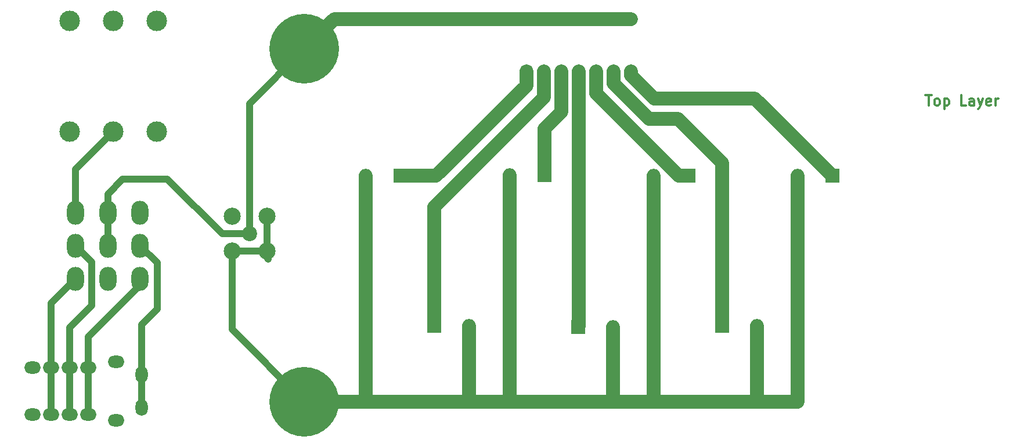
<source format=gtl>
%TF.GenerationSoftware,KiCad,Pcbnew,8.0.1*%
%TF.CreationDate,2024-03-27T19:35:34-03:00*%
%TF.ProjectId,ampsight,616d7073-6967-4687-942e-6b696361645f,rev?*%
%TF.SameCoordinates,Original*%
%TF.FileFunction,Copper,L1,Top*%
%TF.FilePolarity,Positive*%
%FSLAX46Y46*%
G04 Gerber Fmt 4.6, Leading zero omitted, Abs format (unit mm)*
G04 Created by KiCad (PCBNEW 8.0.1) date 2024-03-27 19:35:34*
%MOMM*%
%LPD*%
G01*
G04 APERTURE LIST*
%ADD10C,0.300000*%
%TA.AperFunction,NonConductor*%
%ADD11C,0.300000*%
%TD*%
%TA.AperFunction,ComponentPad*%
%ADD12R,2.000000X2.000000*%
%TD*%
%TA.AperFunction,ComponentPad*%
%ADD13O,2.000000X2.000000*%
%TD*%
%TA.AperFunction,ComponentPad*%
%ADD14R,1.600000X1.600000*%
%TD*%
%TA.AperFunction,ComponentPad*%
%ADD15O,1.600000X1.600000*%
%TD*%
%TA.AperFunction,ComponentPad*%
%ADD16C,10.160000*%
%TD*%
%TA.AperFunction,ComponentPad*%
%ADD17O,2.500000X3.500000*%
%TD*%
%TA.AperFunction,ComponentPad*%
%ADD18O,2.400000X1.800000*%
%TD*%
%TA.AperFunction,ComponentPad*%
%ADD19O,1.800000X2.400000*%
%TD*%
%TA.AperFunction,ComponentPad*%
%ADD20C,3.000000*%
%TD*%
%TA.AperFunction,ComponentPad*%
%ADD21C,2.200000*%
%TD*%
%TA.AperFunction,ComponentPad*%
%ADD22C,2.500000*%
%TD*%
%TA.AperFunction,Conductor*%
%ADD23C,2.000000*%
%TD*%
%TA.AperFunction,Conductor*%
%ADD24C,1.000000*%
%TD*%
G04 APERTURE END LIST*
D10*
D11*
X213590225Y-79300828D02*
X214447368Y-79300828D01*
X214018796Y-80800828D02*
X214018796Y-79300828D01*
X215161653Y-80800828D02*
X215018796Y-80729400D01*
X215018796Y-80729400D02*
X214947367Y-80657971D01*
X214947367Y-80657971D02*
X214875939Y-80515114D01*
X214875939Y-80515114D02*
X214875939Y-80086542D01*
X214875939Y-80086542D02*
X214947367Y-79943685D01*
X214947367Y-79943685D02*
X215018796Y-79872257D01*
X215018796Y-79872257D02*
X215161653Y-79800828D01*
X215161653Y-79800828D02*
X215375939Y-79800828D01*
X215375939Y-79800828D02*
X215518796Y-79872257D01*
X215518796Y-79872257D02*
X215590225Y-79943685D01*
X215590225Y-79943685D02*
X215661653Y-80086542D01*
X215661653Y-80086542D02*
X215661653Y-80515114D01*
X215661653Y-80515114D02*
X215590225Y-80657971D01*
X215590225Y-80657971D02*
X215518796Y-80729400D01*
X215518796Y-80729400D02*
X215375939Y-80800828D01*
X215375939Y-80800828D02*
X215161653Y-80800828D01*
X216304510Y-79800828D02*
X216304510Y-81300828D01*
X216304510Y-79872257D02*
X216447368Y-79800828D01*
X216447368Y-79800828D02*
X216733082Y-79800828D01*
X216733082Y-79800828D02*
X216875939Y-79872257D01*
X216875939Y-79872257D02*
X216947368Y-79943685D01*
X216947368Y-79943685D02*
X217018796Y-80086542D01*
X217018796Y-80086542D02*
X217018796Y-80515114D01*
X217018796Y-80515114D02*
X216947368Y-80657971D01*
X216947368Y-80657971D02*
X216875939Y-80729400D01*
X216875939Y-80729400D02*
X216733082Y-80800828D01*
X216733082Y-80800828D02*
X216447368Y-80800828D01*
X216447368Y-80800828D02*
X216304510Y-80729400D01*
X219518796Y-80800828D02*
X218804510Y-80800828D01*
X218804510Y-80800828D02*
X218804510Y-79300828D01*
X220661654Y-80800828D02*
X220661654Y-80015114D01*
X220661654Y-80015114D02*
X220590225Y-79872257D01*
X220590225Y-79872257D02*
X220447368Y-79800828D01*
X220447368Y-79800828D02*
X220161654Y-79800828D01*
X220161654Y-79800828D02*
X220018796Y-79872257D01*
X220661654Y-80729400D02*
X220518796Y-80800828D01*
X220518796Y-80800828D02*
X220161654Y-80800828D01*
X220161654Y-80800828D02*
X220018796Y-80729400D01*
X220018796Y-80729400D02*
X219947368Y-80586542D01*
X219947368Y-80586542D02*
X219947368Y-80443685D01*
X219947368Y-80443685D02*
X220018796Y-80300828D01*
X220018796Y-80300828D02*
X220161654Y-80229400D01*
X220161654Y-80229400D02*
X220518796Y-80229400D01*
X220518796Y-80229400D02*
X220661654Y-80157971D01*
X221233082Y-79800828D02*
X221590225Y-80800828D01*
X221947368Y-79800828D02*
X221590225Y-80800828D01*
X221590225Y-80800828D02*
X221447368Y-81157971D01*
X221447368Y-81157971D02*
X221375939Y-81229400D01*
X221375939Y-81229400D02*
X221233082Y-81300828D01*
X223090225Y-80729400D02*
X222947368Y-80800828D01*
X222947368Y-80800828D02*
X222661654Y-80800828D01*
X222661654Y-80800828D02*
X222518796Y-80729400D01*
X222518796Y-80729400D02*
X222447368Y-80586542D01*
X222447368Y-80586542D02*
X222447368Y-80015114D01*
X222447368Y-80015114D02*
X222518796Y-79872257D01*
X222518796Y-79872257D02*
X222661654Y-79800828D01*
X222661654Y-79800828D02*
X222947368Y-79800828D01*
X222947368Y-79800828D02*
X223090225Y-79872257D01*
X223090225Y-79872257D02*
X223161654Y-80015114D01*
X223161654Y-80015114D02*
X223161654Y-80157971D01*
X223161654Y-80157971D02*
X222447368Y-80300828D01*
X223804510Y-80800828D02*
X223804510Y-79800828D01*
X223804510Y-80086542D02*
X223875939Y-79943685D01*
X223875939Y-79943685D02*
X223947368Y-79872257D01*
X223947368Y-79872257D02*
X224090225Y-79800828D01*
X224090225Y-79800828D02*
X224233082Y-79800828D01*
D12*
%TO.P,R7,1*%
%TO.N,Net-(R7-Pad1)*%
X200000000Y-91055000D03*
D13*
%TO.P,R7,2*%
%TO.N,/DUT_N*%
X194920000Y-91055000D03*
%TD*%
%TO.P,R6,2*%
%TO.N,/DUT_N*%
X189000000Y-112945000D03*
D12*
%TO.P,R6,1*%
%TO.N,Net-(R6-Pad1)*%
X183920000Y-112945000D03*
%TD*%
%TO.P,R5,1*%
%TO.N,Net-(R5-Pad1)*%
X179000000Y-91055000D03*
D13*
%TO.P,R5,2*%
%TO.N,/DUT_N*%
X173920000Y-91055000D03*
%TD*%
%TO.P,R4,2*%
%TO.N,/DUT_N*%
X168000000Y-113111666D03*
D12*
%TO.P,R4,1*%
%TO.N,Net-(R4-Pad1)*%
X162920000Y-113111666D03*
%TD*%
%TO.P,R3,1*%
%TO.N,Net-(R3-Pad1)*%
X158000000Y-90971666D03*
D13*
%TO.P,R3,2*%
%TO.N,/DUT_N*%
X152920000Y-90971666D03*
%TD*%
%TO.P,R2,2*%
%TO.N,/DUT_N*%
X147000000Y-112945000D03*
D12*
%TO.P,R2,1*%
%TO.N,Net-(R2-Pad1)*%
X141920000Y-112945000D03*
%TD*%
%TO.P,R1,1*%
%TO.N,Net-(R1-Pad1)*%
X137040000Y-91055000D03*
D13*
%TO.P,R1,2*%
%TO.N,/DUT_N*%
X131960000Y-91055000D03*
%TD*%
D14*
%TO.P,SW1,1*%
%TO.N,Net-(R1-Pad1)*%
X155375000Y-75767500D03*
D15*
%TO.P,SW1,2*%
%TO.N,Net-(R2-Pad1)*%
X157915000Y-75767500D03*
%TO.P,SW1,3*%
%TO.N,Net-(R3-Pad1)*%
X160455000Y-75767500D03*
%TO.P,SW1,4*%
%TO.N,Net-(R4-Pad1)*%
X162995000Y-75767500D03*
%TO.P,SW1,5*%
%TO.N,Net-(R5-Pad1)*%
X165535000Y-75767500D03*
%TO.P,SW1,6*%
%TO.N,Net-(R6-Pad1)*%
X168075000Y-75767500D03*
%TO.P,SW1,7*%
%TO.N,Net-(R7-Pad1)*%
X170615000Y-75767500D03*
%TO.P,SW1,8*%
%TO.N,/DUT_P*%
X170615000Y-68147500D03*
%TO.P,SW1,9*%
X168075000Y-68147500D03*
%TO.P,SW1,10*%
X165535000Y-68147500D03*
%TO.P,SW1,11*%
X162995000Y-68147500D03*
%TO.P,SW1,12*%
X160455000Y-68147500D03*
%TO.P,SW1,13*%
X157915000Y-68147500D03*
%TO.P,SW1,14*%
X155375000Y-68147500D03*
%TD*%
D16*
%TO.P,J7,1,Pin_1*%
%TO.N,/DUT_P*%
X123000000Y-72500000D03*
%TD*%
D17*
%TO.P,SW2,1,C*%
%TO.N,/SE_R*%
X89600000Y-96420000D03*
%TO.P,SW2,2,B*%
%TO.N,/DUT_P*%
X94300000Y-96420000D03*
%TO.P,SW2,3,A*%
%TO.N,/SE_L*%
X99000000Y-96420000D03*
%TO.P,SW2,4,C*%
%TO.N,/BAL_R_P*%
X89600000Y-101250000D03*
%TO.P,SW2,5,B*%
%TO.N,/DUT_P*%
X94300000Y-101250000D03*
%TO.P,SW2,6,A*%
%TO.N,/BAL_L_P*%
X99000000Y-101250000D03*
%TO.P,SW2,7,C*%
%TO.N,/BAL_R_N*%
X89600000Y-106080000D03*
%TO.P,SW2,8,B*%
%TO.N,/DUT_N*%
X94300000Y-106080000D03*
%TO.P,SW2,9,A*%
%TO.N,/BAL_L_N*%
X99000000Y-106080000D03*
%TD*%
D16*
%TO.P,J8,1,Pin_1*%
%TO.N,/DUT_N*%
X122980000Y-124020000D03*
%TD*%
D18*
%TO.P,J2,B*%
%TO.N,unconnected-(J2-PadB)*%
X95500000Y-118250000D03*
%TO.P,J2,R1,L-*%
%TO.N,/BAL_L_N*%
X91450000Y-119050000D03*
X91450000Y-125950000D03*
%TO.P,J2,R2,R+*%
%TO.N,/BAL_R_P*%
X88750000Y-119050000D03*
X88750000Y-125950000D03*
%TO.P,J2,R3,R-*%
%TO.N,/BAL_R_N*%
X86050000Y-119050000D03*
X86050000Y-125950000D03*
%TO.P,J2,S,GND*%
%TO.N,unconnected-(J2-GND-PadS)*%
X83350000Y-119050000D03*
%TO.N,unconnected-(J2-GND-PadS)_0*%
X83350000Y-125950000D03*
D19*
%TO.P,J2,T,L+*%
%TO.N,/BAL_L_P*%
X99240000Y-120100000D03*
X99250000Y-124900000D03*
D18*
%TO.P,J2,TC*%
%TO.N,unconnected-(J2-PadTC)*%
X95500000Y-126750000D03*
%TD*%
D20*
%TO.P,J1,R*%
%TO.N,/SE_R*%
X95085000Y-84615000D03*
%TO.P,J1,RN*%
%TO.N,N/C*%
X95085000Y-68385000D03*
%TO.P,J1,S*%
%TO.N,/DUT_N*%
X88735000Y-84615000D03*
%TO.P,J1,SN*%
%TO.N,N/C*%
X88735000Y-68385000D03*
%TO.P,J1,T*%
%TO.N,/SE_L*%
X101435000Y-84615000D03*
%TO.P,J1,TN*%
%TO.N,N/C*%
X101435000Y-68385000D03*
%TD*%
D21*
%TO.P,J6,1,In*%
%TO.N,/DUT_P*%
X114960000Y-99540000D03*
D22*
%TO.P,J6,2,Ext*%
%TO.N,/DUT_N*%
X112420000Y-97000000D03*
X112420000Y-102080000D03*
X117500000Y-97000000D03*
X117500000Y-102080000D03*
%TD*%
D23*
%TO.N,Net-(R7-Pad1)*%
X188695000Y-79750000D02*
X200000000Y-91055000D01*
X170615000Y-76365000D02*
X174000000Y-79750000D01*
X174000000Y-79750000D02*
X188695000Y-79750000D01*
X170615000Y-75767500D02*
X170615000Y-76365000D01*
%TO.N,Net-(R1-Pad1)*%
X155375000Y-77875000D02*
X155375000Y-75767500D01*
X142195000Y-91055000D02*
X155375000Y-77875000D01*
X137040000Y-91055000D02*
X142195000Y-91055000D01*
%TO.N,Net-(R2-Pad1)*%
X157915000Y-79585000D02*
X157915000Y-75767500D01*
X141920000Y-95580000D02*
X157915000Y-79585000D01*
X141920000Y-112945000D02*
X141920000Y-95580000D01*
%TO.N,Net-(R6-Pad1)*%
X183920000Y-89170000D02*
X183920000Y-112945000D01*
X177500000Y-82750000D02*
X183920000Y-89170000D01*
X173250000Y-82750000D02*
X177500000Y-82750000D01*
X168075000Y-75767500D02*
X168075000Y-77575000D01*
X168075000Y-77575000D02*
X173250000Y-82750000D01*
%TO.N,Net-(R5-Pad1)*%
X177555000Y-91055000D02*
X179000000Y-91055000D01*
X165535000Y-79035000D02*
X177555000Y-91055000D01*
X165535000Y-75767500D02*
X165535000Y-79035000D01*
%TO.N,Net-(R3-Pad1)*%
X160455000Y-81750000D02*
X158000000Y-84205000D01*
X160455000Y-75767500D02*
X160455000Y-81750000D01*
X158000000Y-84205000D02*
X158000000Y-90971666D01*
D24*
%TO.N,/DUT_N*%
X112420000Y-113460000D02*
X122980000Y-124020000D01*
X112420000Y-102080000D02*
X112420000Y-113460000D01*
%TO.N,/DUT_P*%
X114960000Y-80540000D02*
X123000000Y-72500000D01*
X114960000Y-99540000D02*
X114960000Y-80540000D01*
D23*
%TO.N,/DUT_N*%
X131960000Y-123730000D02*
X132250000Y-124020000D01*
X131960000Y-91055000D02*
X131960000Y-123730000D01*
X132250000Y-124020000D02*
X122980000Y-124020000D01*
X147500000Y-124020000D02*
X132250000Y-124020000D01*
X152920000Y-90971666D02*
X152920000Y-123940000D01*
X153000000Y-124020000D02*
X147500000Y-124020000D01*
X168250000Y-124020000D02*
X153000000Y-124020000D01*
X152920000Y-123940000D02*
X153000000Y-124020000D01*
X147000000Y-123520000D02*
X147500000Y-124020000D01*
X147000000Y-112945000D02*
X147000000Y-123520000D01*
X168000000Y-123770000D02*
X168250000Y-124020000D01*
X168000000Y-113111666D02*
X168000000Y-123770000D01*
X174000000Y-124020000D02*
X168250000Y-124020000D01*
X173920000Y-91055000D02*
X173920000Y-123940000D01*
X173920000Y-123940000D02*
X174000000Y-124020000D01*
X189500000Y-124020000D02*
X174000000Y-124020000D01*
X189000000Y-123520000D02*
X189500000Y-124020000D01*
X189000000Y-112945000D02*
X189000000Y-123520000D01*
X194920000Y-124020000D02*
X189500000Y-124020000D01*
X194920000Y-91055000D02*
X194920000Y-124020000D01*
%TO.N,Net-(R4-Pad1)*%
X162995000Y-113036666D02*
X162920000Y-113111666D01*
X162995000Y-75767500D02*
X162995000Y-113036666D01*
D24*
%TO.N,/DUT_P*%
X96500000Y-91500000D02*
X94300000Y-93700000D01*
X103000000Y-91500000D02*
X96500000Y-91500000D01*
X111040000Y-99540000D02*
X103000000Y-91500000D01*
X114960000Y-99540000D02*
X111040000Y-99540000D01*
X94300000Y-93700000D02*
X94300000Y-96420000D01*
D23*
X127352500Y-68147500D02*
X170615000Y-68147500D01*
X123000000Y-72500000D02*
X127352500Y-68147500D01*
%TO.N,Net-(R4-Pad1)*%
X162920000Y-113111666D02*
X162916666Y-113111666D01*
D24*
%TO.N,/SE_R*%
X89600000Y-90100000D02*
X95085000Y-84615000D01*
X89600000Y-96420000D02*
X89600000Y-90100000D01*
%TO.N,/BAL_L_P*%
X99240000Y-112760000D02*
X101500000Y-110500000D01*
X99250000Y-120110000D02*
X99240000Y-120100000D01*
X101500000Y-110500000D02*
X101500000Y-103750000D01*
X99250000Y-124900000D02*
X99250000Y-120110000D01*
X99240000Y-120100000D02*
X99240000Y-112760000D01*
X101500000Y-103750000D02*
X99000000Y-101250000D01*
%TO.N,/BAL_L_N*%
X91450000Y-114550000D02*
X99000000Y-107000000D01*
X91450000Y-119050000D02*
X91450000Y-114550000D01*
X99000000Y-107000000D02*
X99000000Y-106080000D01*
X91450000Y-125950000D02*
X91450000Y-119050000D01*
%TO.N,/BAL_R_P*%
X92000000Y-103650000D02*
X89600000Y-101250000D01*
X88750000Y-113250000D02*
X92000000Y-110000000D01*
X92000000Y-110000000D02*
X92000000Y-103650000D01*
X88750000Y-119050000D02*
X88750000Y-113250000D01*
X88750000Y-125950000D02*
X88750000Y-119050000D01*
%TO.N,/BAL_R_N*%
X86050000Y-109630000D02*
X89600000Y-106080000D01*
X86050000Y-119050000D02*
X86050000Y-109630000D01*
X86050000Y-125950000D02*
X86050000Y-119050000D01*
%TO.N,/DUT_N*%
X117500000Y-102080000D02*
X117500000Y-103000000D01*
X117500000Y-102080000D02*
X112420000Y-102080000D01*
X117500000Y-103000000D02*
X117730000Y-103230000D01*
X117500000Y-97000000D02*
X117500000Y-102080000D01*
X123000000Y-124000000D02*
X122980000Y-124020000D01*
%TO.N,/DUT_P*%
X115000000Y-99500000D02*
X114960000Y-99540000D01*
X94300000Y-101250000D02*
X94300000Y-96420000D01*
%TD*%
M02*

</source>
